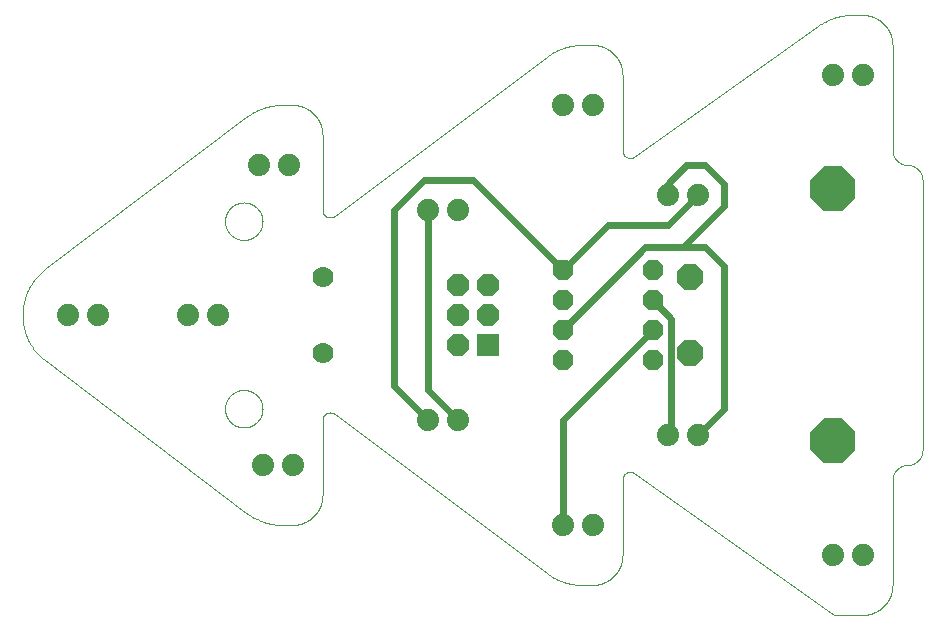
<source format=gtl>
G75*
%MOIN*%
%OFA0B0*%
%FSLAX25Y25*%
%IPPOS*%
%LPD*%
%AMOC8*
5,1,8,0,0,1.08239X$1,22.5*
%
%ADD10C,0.00000*%
%ADD11OC8,0.06800*%
%ADD12OC8,0.15000*%
%ADD13C,0.07400*%
%ADD14OC8,0.08600*%
%ADD15R,0.07400X0.07400*%
%ADD16OC8,0.07400*%
%ADD17C,0.07000*%
%ADD18C,0.02400*%
D10*
X0008432Y0085928D02*
X0075645Y0035053D01*
X0087716Y0031000D02*
X0091000Y0031000D01*
X0091242Y0031003D01*
X0091483Y0031012D01*
X0091724Y0031026D01*
X0091965Y0031047D01*
X0092205Y0031073D01*
X0092445Y0031105D01*
X0092684Y0031143D01*
X0092921Y0031186D01*
X0093158Y0031236D01*
X0093393Y0031291D01*
X0093627Y0031351D01*
X0093859Y0031418D01*
X0094090Y0031489D01*
X0094319Y0031567D01*
X0094546Y0031650D01*
X0094771Y0031738D01*
X0094994Y0031832D01*
X0095214Y0031931D01*
X0095432Y0032036D01*
X0095647Y0032145D01*
X0095860Y0032260D01*
X0096070Y0032380D01*
X0096276Y0032505D01*
X0096480Y0032635D01*
X0096681Y0032770D01*
X0096878Y0032910D01*
X0097072Y0033054D01*
X0097262Y0033203D01*
X0097448Y0033357D01*
X0097631Y0033515D01*
X0097810Y0033677D01*
X0097985Y0033844D01*
X0098156Y0034015D01*
X0098323Y0034190D01*
X0098485Y0034369D01*
X0098643Y0034552D01*
X0098797Y0034738D01*
X0098946Y0034928D01*
X0099090Y0035122D01*
X0099230Y0035319D01*
X0099365Y0035520D01*
X0099495Y0035724D01*
X0099620Y0035930D01*
X0099740Y0036140D01*
X0099855Y0036353D01*
X0099964Y0036568D01*
X0100069Y0036786D01*
X0100168Y0037006D01*
X0100262Y0037229D01*
X0100350Y0037454D01*
X0100433Y0037681D01*
X0100511Y0037910D01*
X0100582Y0038141D01*
X0100649Y0038373D01*
X0100709Y0038607D01*
X0100764Y0038842D01*
X0100814Y0039079D01*
X0100857Y0039316D01*
X0100895Y0039555D01*
X0100927Y0039795D01*
X0100953Y0040035D01*
X0100974Y0040276D01*
X0100988Y0040517D01*
X0100997Y0040758D01*
X0101000Y0041000D01*
X0101000Y0066000D01*
X0101002Y0066099D01*
X0101008Y0066197D01*
X0101018Y0066296D01*
X0101031Y0066394D01*
X0101049Y0066491D01*
X0101070Y0066588D01*
X0101095Y0066683D01*
X0101124Y0066778D01*
X0101157Y0066871D01*
X0101193Y0066963D01*
X0101233Y0067053D01*
X0101276Y0067142D01*
X0101323Y0067229D01*
X0101373Y0067314D01*
X0101427Y0067397D01*
X0101484Y0067478D01*
X0101544Y0067557D01*
X0101607Y0067633D01*
X0101673Y0067706D01*
X0101742Y0067777D01*
X0101813Y0067845D01*
X0101888Y0067911D01*
X0101965Y0067973D01*
X0102044Y0068032D01*
X0102125Y0068088D01*
X0102209Y0068141D01*
X0102294Y0068190D01*
X0102382Y0068236D01*
X0102471Y0068279D01*
X0102562Y0068317D01*
X0102654Y0068353D01*
X0102748Y0068384D01*
X0102843Y0068412D01*
X0102939Y0068436D01*
X0103036Y0068456D01*
X0103133Y0068473D01*
X0103231Y0068485D01*
X0103330Y0068494D01*
X0103428Y0068499D01*
X0103527Y0068500D01*
X0103626Y0068497D01*
X0103725Y0068490D01*
X0103823Y0068479D01*
X0103921Y0068464D01*
X0104018Y0068446D01*
X0104114Y0068423D01*
X0104209Y0068397D01*
X0104303Y0068367D01*
X0104396Y0068334D01*
X0104488Y0068297D01*
X0104578Y0068256D01*
X0104666Y0068211D01*
X0104753Y0068163D01*
X0104837Y0068112D01*
X0104920Y0068058D01*
X0105000Y0068000D01*
X0175667Y0015000D01*
X0187667Y0011000D02*
X0191000Y0011000D01*
X0191242Y0011003D01*
X0191483Y0011012D01*
X0191724Y0011026D01*
X0191965Y0011047D01*
X0192205Y0011073D01*
X0192445Y0011105D01*
X0192684Y0011143D01*
X0192921Y0011186D01*
X0193158Y0011236D01*
X0193393Y0011291D01*
X0193627Y0011351D01*
X0193859Y0011418D01*
X0194090Y0011489D01*
X0194319Y0011567D01*
X0194546Y0011650D01*
X0194771Y0011738D01*
X0194994Y0011832D01*
X0195214Y0011931D01*
X0195432Y0012036D01*
X0195647Y0012145D01*
X0195860Y0012260D01*
X0196070Y0012380D01*
X0196276Y0012505D01*
X0196480Y0012635D01*
X0196681Y0012770D01*
X0196878Y0012910D01*
X0197072Y0013054D01*
X0197262Y0013203D01*
X0197448Y0013357D01*
X0197631Y0013515D01*
X0197810Y0013677D01*
X0197985Y0013844D01*
X0198156Y0014015D01*
X0198323Y0014190D01*
X0198485Y0014369D01*
X0198643Y0014552D01*
X0198797Y0014738D01*
X0198946Y0014928D01*
X0199090Y0015122D01*
X0199230Y0015319D01*
X0199365Y0015520D01*
X0199495Y0015724D01*
X0199620Y0015930D01*
X0199740Y0016140D01*
X0199855Y0016353D01*
X0199964Y0016568D01*
X0200069Y0016786D01*
X0200168Y0017006D01*
X0200262Y0017229D01*
X0200350Y0017454D01*
X0200433Y0017681D01*
X0200511Y0017910D01*
X0200582Y0018141D01*
X0200649Y0018373D01*
X0200709Y0018607D01*
X0200764Y0018842D01*
X0200814Y0019079D01*
X0200857Y0019316D01*
X0200895Y0019555D01*
X0200927Y0019795D01*
X0200953Y0020035D01*
X0200974Y0020276D01*
X0200988Y0020517D01*
X0200997Y0020758D01*
X0201000Y0021000D01*
X0201000Y0046164D01*
X0201002Y0046262D01*
X0201008Y0046359D01*
X0201017Y0046456D01*
X0201030Y0046553D01*
X0201048Y0046649D01*
X0201068Y0046745D01*
X0201093Y0046839D01*
X0201121Y0046933D01*
X0201153Y0047025D01*
X0201188Y0047116D01*
X0201227Y0047205D01*
X0201270Y0047293D01*
X0201315Y0047380D01*
X0201365Y0047464D01*
X0201417Y0047546D01*
X0201473Y0047627D01*
X0201531Y0047705D01*
X0201593Y0047780D01*
X0201657Y0047854D01*
X0201725Y0047924D01*
X0201795Y0047992D01*
X0201868Y0048057D01*
X0201943Y0048120D01*
X0202020Y0048179D01*
X0202100Y0048235D01*
X0202182Y0048288D01*
X0202266Y0048338D01*
X0202352Y0048385D01*
X0202440Y0048428D01*
X0202529Y0048468D01*
X0202619Y0048504D01*
X0202711Y0048536D01*
X0202805Y0048565D01*
X0202899Y0048591D01*
X0202994Y0048612D01*
X0203090Y0048630D01*
X0203187Y0048644D01*
X0203284Y0048655D01*
X0203381Y0048661D01*
X0203479Y0048664D01*
X0203577Y0048663D01*
X0203674Y0048658D01*
X0203771Y0048649D01*
X0203868Y0048637D01*
X0203964Y0048620D01*
X0204060Y0048600D01*
X0204155Y0048577D01*
X0204248Y0048549D01*
X0204341Y0048518D01*
X0204432Y0048484D01*
X0204522Y0048445D01*
X0204611Y0048404D01*
X0204697Y0048359D01*
X0204782Y0048310D01*
X0204865Y0048259D01*
X0204946Y0048204D01*
X0271554Y0001000D01*
X0281000Y0001000D01*
X0281242Y0001003D01*
X0281483Y0001012D01*
X0281724Y0001026D01*
X0281965Y0001047D01*
X0282205Y0001073D01*
X0282445Y0001105D01*
X0282684Y0001143D01*
X0282921Y0001186D01*
X0283158Y0001236D01*
X0283393Y0001291D01*
X0283627Y0001351D01*
X0283859Y0001418D01*
X0284090Y0001489D01*
X0284319Y0001567D01*
X0284546Y0001650D01*
X0284771Y0001738D01*
X0284994Y0001832D01*
X0285214Y0001931D01*
X0285432Y0002036D01*
X0285647Y0002145D01*
X0285860Y0002260D01*
X0286070Y0002380D01*
X0286276Y0002505D01*
X0286480Y0002635D01*
X0286681Y0002770D01*
X0286878Y0002910D01*
X0287072Y0003054D01*
X0287262Y0003203D01*
X0287448Y0003357D01*
X0287631Y0003515D01*
X0287810Y0003677D01*
X0287985Y0003844D01*
X0288156Y0004015D01*
X0288323Y0004190D01*
X0288485Y0004369D01*
X0288643Y0004552D01*
X0288797Y0004738D01*
X0288946Y0004928D01*
X0289090Y0005122D01*
X0289230Y0005319D01*
X0289365Y0005520D01*
X0289495Y0005724D01*
X0289620Y0005930D01*
X0289740Y0006140D01*
X0289855Y0006353D01*
X0289964Y0006568D01*
X0290069Y0006786D01*
X0290168Y0007006D01*
X0290262Y0007229D01*
X0290350Y0007454D01*
X0290433Y0007681D01*
X0290511Y0007910D01*
X0290582Y0008141D01*
X0290649Y0008373D01*
X0290709Y0008607D01*
X0290764Y0008842D01*
X0290814Y0009079D01*
X0290857Y0009316D01*
X0290895Y0009555D01*
X0290927Y0009795D01*
X0290953Y0010035D01*
X0290974Y0010276D01*
X0290988Y0010517D01*
X0290997Y0010758D01*
X0291000Y0011000D01*
X0291000Y0046000D01*
X0291002Y0046140D01*
X0291008Y0046280D01*
X0291018Y0046420D01*
X0291031Y0046560D01*
X0291049Y0046699D01*
X0291071Y0046838D01*
X0291096Y0046975D01*
X0291125Y0047113D01*
X0291158Y0047249D01*
X0291195Y0047384D01*
X0291236Y0047518D01*
X0291281Y0047651D01*
X0291329Y0047783D01*
X0291381Y0047913D01*
X0291436Y0048042D01*
X0291495Y0048169D01*
X0291558Y0048295D01*
X0291624Y0048419D01*
X0291693Y0048540D01*
X0291766Y0048660D01*
X0291843Y0048778D01*
X0291922Y0048893D01*
X0292005Y0049007D01*
X0292091Y0049117D01*
X0292180Y0049226D01*
X0292272Y0049332D01*
X0292367Y0049435D01*
X0292464Y0049536D01*
X0292565Y0049633D01*
X0292668Y0049728D01*
X0292774Y0049820D01*
X0292883Y0049909D01*
X0292993Y0049995D01*
X0293107Y0050078D01*
X0293222Y0050157D01*
X0293340Y0050234D01*
X0293460Y0050307D01*
X0293581Y0050376D01*
X0293705Y0050442D01*
X0293831Y0050505D01*
X0293958Y0050564D01*
X0294087Y0050619D01*
X0294217Y0050671D01*
X0294349Y0050719D01*
X0294482Y0050764D01*
X0294616Y0050805D01*
X0294751Y0050842D01*
X0294887Y0050875D01*
X0295025Y0050904D01*
X0295162Y0050929D01*
X0295301Y0050951D01*
X0295440Y0050969D01*
X0295580Y0050982D01*
X0295720Y0050992D01*
X0295860Y0050998D01*
X0296000Y0051000D01*
X0296140Y0051002D01*
X0296280Y0051008D01*
X0296420Y0051018D01*
X0296560Y0051031D01*
X0296699Y0051049D01*
X0296838Y0051071D01*
X0296975Y0051096D01*
X0297113Y0051125D01*
X0297249Y0051158D01*
X0297384Y0051195D01*
X0297518Y0051236D01*
X0297651Y0051281D01*
X0297783Y0051329D01*
X0297913Y0051381D01*
X0298042Y0051436D01*
X0298169Y0051495D01*
X0298295Y0051558D01*
X0298419Y0051624D01*
X0298540Y0051693D01*
X0298660Y0051766D01*
X0298778Y0051843D01*
X0298893Y0051922D01*
X0299007Y0052005D01*
X0299117Y0052091D01*
X0299226Y0052180D01*
X0299332Y0052272D01*
X0299435Y0052367D01*
X0299536Y0052464D01*
X0299633Y0052565D01*
X0299728Y0052668D01*
X0299820Y0052774D01*
X0299909Y0052883D01*
X0299995Y0052993D01*
X0300078Y0053107D01*
X0300157Y0053222D01*
X0300234Y0053340D01*
X0300307Y0053460D01*
X0300376Y0053581D01*
X0300442Y0053705D01*
X0300505Y0053831D01*
X0300564Y0053958D01*
X0300619Y0054087D01*
X0300671Y0054217D01*
X0300719Y0054349D01*
X0300764Y0054482D01*
X0300805Y0054616D01*
X0300842Y0054751D01*
X0300875Y0054887D01*
X0300904Y0055025D01*
X0300929Y0055162D01*
X0300951Y0055301D01*
X0300969Y0055440D01*
X0300982Y0055580D01*
X0300992Y0055720D01*
X0300998Y0055860D01*
X0301000Y0056000D01*
X0301000Y0146000D01*
X0300998Y0146140D01*
X0300992Y0146280D01*
X0300982Y0146420D01*
X0300969Y0146560D01*
X0300951Y0146699D01*
X0300929Y0146838D01*
X0300904Y0146975D01*
X0300875Y0147113D01*
X0300842Y0147249D01*
X0300805Y0147384D01*
X0300764Y0147518D01*
X0300719Y0147651D01*
X0300671Y0147783D01*
X0300619Y0147913D01*
X0300564Y0148042D01*
X0300505Y0148169D01*
X0300442Y0148295D01*
X0300376Y0148419D01*
X0300307Y0148540D01*
X0300234Y0148660D01*
X0300157Y0148778D01*
X0300078Y0148893D01*
X0299995Y0149007D01*
X0299909Y0149117D01*
X0299820Y0149226D01*
X0299728Y0149332D01*
X0299633Y0149435D01*
X0299536Y0149536D01*
X0299435Y0149633D01*
X0299332Y0149728D01*
X0299226Y0149820D01*
X0299117Y0149909D01*
X0299007Y0149995D01*
X0298893Y0150078D01*
X0298778Y0150157D01*
X0298660Y0150234D01*
X0298540Y0150307D01*
X0298419Y0150376D01*
X0298295Y0150442D01*
X0298169Y0150505D01*
X0298042Y0150564D01*
X0297913Y0150619D01*
X0297783Y0150671D01*
X0297651Y0150719D01*
X0297518Y0150764D01*
X0297384Y0150805D01*
X0297249Y0150842D01*
X0297113Y0150875D01*
X0296975Y0150904D01*
X0296838Y0150929D01*
X0296699Y0150951D01*
X0296560Y0150969D01*
X0296420Y0150982D01*
X0296280Y0150992D01*
X0296140Y0150998D01*
X0296000Y0151000D01*
X0295860Y0151002D01*
X0295720Y0151008D01*
X0295580Y0151018D01*
X0295440Y0151031D01*
X0295301Y0151049D01*
X0295162Y0151071D01*
X0295025Y0151096D01*
X0294887Y0151125D01*
X0294751Y0151158D01*
X0294616Y0151195D01*
X0294482Y0151236D01*
X0294349Y0151281D01*
X0294217Y0151329D01*
X0294087Y0151381D01*
X0293958Y0151436D01*
X0293831Y0151495D01*
X0293705Y0151558D01*
X0293581Y0151624D01*
X0293460Y0151693D01*
X0293340Y0151766D01*
X0293222Y0151843D01*
X0293107Y0151922D01*
X0292993Y0152005D01*
X0292883Y0152091D01*
X0292774Y0152180D01*
X0292668Y0152272D01*
X0292565Y0152367D01*
X0292464Y0152464D01*
X0292367Y0152565D01*
X0292272Y0152668D01*
X0292180Y0152774D01*
X0292091Y0152883D01*
X0292005Y0152993D01*
X0291922Y0153107D01*
X0291843Y0153222D01*
X0291766Y0153340D01*
X0291693Y0153460D01*
X0291624Y0153581D01*
X0291558Y0153705D01*
X0291495Y0153831D01*
X0291436Y0153958D01*
X0291381Y0154087D01*
X0291329Y0154217D01*
X0291281Y0154349D01*
X0291236Y0154482D01*
X0291195Y0154616D01*
X0291158Y0154751D01*
X0291125Y0154887D01*
X0291096Y0155025D01*
X0291071Y0155162D01*
X0291049Y0155301D01*
X0291031Y0155440D01*
X0291018Y0155580D01*
X0291008Y0155720D01*
X0291002Y0155860D01*
X0291000Y0156000D01*
X0291000Y0191000D01*
X0290997Y0191242D01*
X0290988Y0191483D01*
X0290974Y0191724D01*
X0290953Y0191965D01*
X0290927Y0192205D01*
X0290895Y0192445D01*
X0290857Y0192684D01*
X0290814Y0192921D01*
X0290764Y0193158D01*
X0290709Y0193393D01*
X0290649Y0193627D01*
X0290582Y0193859D01*
X0290511Y0194090D01*
X0290433Y0194319D01*
X0290350Y0194546D01*
X0290262Y0194771D01*
X0290168Y0194994D01*
X0290069Y0195214D01*
X0289964Y0195432D01*
X0289855Y0195647D01*
X0289740Y0195860D01*
X0289620Y0196070D01*
X0289495Y0196276D01*
X0289365Y0196480D01*
X0289230Y0196681D01*
X0289090Y0196878D01*
X0288946Y0197072D01*
X0288797Y0197262D01*
X0288643Y0197448D01*
X0288485Y0197631D01*
X0288323Y0197810D01*
X0288156Y0197985D01*
X0287985Y0198156D01*
X0287810Y0198323D01*
X0287631Y0198485D01*
X0287448Y0198643D01*
X0287262Y0198797D01*
X0287072Y0198946D01*
X0286878Y0199090D01*
X0286681Y0199230D01*
X0286480Y0199365D01*
X0286276Y0199495D01*
X0286070Y0199620D01*
X0285860Y0199740D01*
X0285647Y0199855D01*
X0285432Y0199964D01*
X0285214Y0200069D01*
X0284994Y0200168D01*
X0284771Y0200262D01*
X0284546Y0200350D01*
X0284319Y0200433D01*
X0284090Y0200511D01*
X0283859Y0200582D01*
X0283627Y0200649D01*
X0283393Y0200709D01*
X0283158Y0200764D01*
X0282921Y0200814D01*
X0282684Y0200857D01*
X0282445Y0200895D01*
X0282205Y0200927D01*
X0281965Y0200953D01*
X0281724Y0200974D01*
X0281483Y0200988D01*
X0281242Y0200997D01*
X0281000Y0201000D01*
X0277598Y0201000D01*
X0266189Y0197357D02*
X0204949Y0153808D01*
X0204868Y0153753D01*
X0204785Y0153701D01*
X0204700Y0153652D01*
X0204614Y0153607D01*
X0204526Y0153565D01*
X0204436Y0153527D01*
X0204344Y0153492D01*
X0204252Y0153461D01*
X0204158Y0153433D01*
X0204063Y0153409D01*
X0203968Y0153389D01*
X0203871Y0153373D01*
X0203774Y0153360D01*
X0203677Y0153351D01*
X0203580Y0153346D01*
X0203482Y0153345D01*
X0203384Y0153348D01*
X0203287Y0153354D01*
X0203189Y0153364D01*
X0203093Y0153378D01*
X0202997Y0153396D01*
X0202901Y0153418D01*
X0202807Y0153443D01*
X0202714Y0153472D01*
X0202622Y0153504D01*
X0202531Y0153541D01*
X0202441Y0153580D01*
X0202354Y0153623D01*
X0202268Y0153670D01*
X0202184Y0153720D01*
X0202102Y0153773D01*
X0202022Y0153829D01*
X0201944Y0153888D01*
X0201869Y0153950D01*
X0201796Y0154016D01*
X0201726Y0154084D01*
X0201658Y0154154D01*
X0201594Y0154228D01*
X0201532Y0154303D01*
X0201473Y0154381D01*
X0201418Y0154462D01*
X0201365Y0154544D01*
X0201316Y0154629D01*
X0201270Y0154715D01*
X0201228Y0154803D01*
X0201189Y0154892D01*
X0201153Y0154984D01*
X0201121Y0155076D01*
X0201093Y0155169D01*
X0201068Y0155264D01*
X0201048Y0155359D01*
X0201030Y0155456D01*
X0201017Y0155552D01*
X0201008Y0155650D01*
X0201002Y0155747D01*
X0201000Y0155845D01*
X0201000Y0181000D01*
X0200997Y0181242D01*
X0200988Y0181483D01*
X0200974Y0181724D01*
X0200953Y0181965D01*
X0200927Y0182205D01*
X0200895Y0182445D01*
X0200857Y0182684D01*
X0200814Y0182921D01*
X0200764Y0183158D01*
X0200709Y0183393D01*
X0200649Y0183627D01*
X0200582Y0183859D01*
X0200511Y0184090D01*
X0200433Y0184319D01*
X0200350Y0184546D01*
X0200262Y0184771D01*
X0200168Y0184994D01*
X0200069Y0185214D01*
X0199964Y0185432D01*
X0199855Y0185647D01*
X0199740Y0185860D01*
X0199620Y0186070D01*
X0199495Y0186276D01*
X0199365Y0186480D01*
X0199230Y0186681D01*
X0199090Y0186878D01*
X0198946Y0187072D01*
X0198797Y0187262D01*
X0198643Y0187448D01*
X0198485Y0187631D01*
X0198323Y0187810D01*
X0198156Y0187985D01*
X0197985Y0188156D01*
X0197810Y0188323D01*
X0197631Y0188485D01*
X0197448Y0188643D01*
X0197262Y0188797D01*
X0197072Y0188946D01*
X0196878Y0189090D01*
X0196681Y0189230D01*
X0196480Y0189365D01*
X0196276Y0189495D01*
X0196070Y0189620D01*
X0195860Y0189740D01*
X0195647Y0189855D01*
X0195432Y0189964D01*
X0195214Y0190069D01*
X0194994Y0190168D01*
X0194771Y0190262D01*
X0194546Y0190350D01*
X0194319Y0190433D01*
X0194090Y0190511D01*
X0193859Y0190582D01*
X0193627Y0190649D01*
X0193393Y0190709D01*
X0193158Y0190764D01*
X0192921Y0190814D01*
X0192684Y0190857D01*
X0192445Y0190895D01*
X0192205Y0190927D01*
X0191965Y0190953D01*
X0191724Y0190974D01*
X0191483Y0190988D01*
X0191242Y0190997D01*
X0191000Y0191000D01*
X0187667Y0191000D01*
X0175667Y0187000D02*
X0105000Y0134000D01*
X0104920Y0133942D01*
X0104837Y0133888D01*
X0104753Y0133837D01*
X0104666Y0133789D01*
X0104578Y0133744D01*
X0104488Y0133703D01*
X0104396Y0133666D01*
X0104303Y0133633D01*
X0104209Y0133603D01*
X0104114Y0133577D01*
X0104018Y0133554D01*
X0103921Y0133536D01*
X0103823Y0133521D01*
X0103725Y0133510D01*
X0103626Y0133503D01*
X0103527Y0133500D01*
X0103428Y0133501D01*
X0103330Y0133506D01*
X0103231Y0133515D01*
X0103133Y0133527D01*
X0103036Y0133544D01*
X0102939Y0133564D01*
X0102843Y0133588D01*
X0102748Y0133616D01*
X0102654Y0133647D01*
X0102562Y0133683D01*
X0102471Y0133721D01*
X0102382Y0133764D01*
X0102294Y0133810D01*
X0102209Y0133859D01*
X0102125Y0133912D01*
X0102044Y0133968D01*
X0101965Y0134027D01*
X0101888Y0134089D01*
X0101813Y0134155D01*
X0101742Y0134223D01*
X0101673Y0134294D01*
X0101607Y0134367D01*
X0101544Y0134443D01*
X0101484Y0134522D01*
X0101427Y0134603D01*
X0101373Y0134686D01*
X0101323Y0134771D01*
X0101276Y0134858D01*
X0101233Y0134947D01*
X0101193Y0135037D01*
X0101157Y0135129D01*
X0101124Y0135222D01*
X0101095Y0135317D01*
X0101070Y0135412D01*
X0101049Y0135509D01*
X0101031Y0135606D01*
X0101018Y0135704D01*
X0101008Y0135803D01*
X0101002Y0135901D01*
X0101000Y0136000D01*
X0101000Y0161000D01*
X0100997Y0161242D01*
X0100988Y0161483D01*
X0100974Y0161724D01*
X0100953Y0161965D01*
X0100927Y0162205D01*
X0100895Y0162445D01*
X0100857Y0162684D01*
X0100814Y0162921D01*
X0100764Y0163158D01*
X0100709Y0163393D01*
X0100649Y0163627D01*
X0100582Y0163859D01*
X0100511Y0164090D01*
X0100433Y0164319D01*
X0100350Y0164546D01*
X0100262Y0164771D01*
X0100168Y0164994D01*
X0100069Y0165214D01*
X0099964Y0165432D01*
X0099855Y0165647D01*
X0099740Y0165860D01*
X0099620Y0166070D01*
X0099495Y0166276D01*
X0099365Y0166480D01*
X0099230Y0166681D01*
X0099090Y0166878D01*
X0098946Y0167072D01*
X0098797Y0167262D01*
X0098643Y0167448D01*
X0098485Y0167631D01*
X0098323Y0167810D01*
X0098156Y0167985D01*
X0097985Y0168156D01*
X0097810Y0168323D01*
X0097631Y0168485D01*
X0097448Y0168643D01*
X0097262Y0168797D01*
X0097072Y0168946D01*
X0096878Y0169090D01*
X0096681Y0169230D01*
X0096480Y0169365D01*
X0096276Y0169495D01*
X0096070Y0169620D01*
X0095860Y0169740D01*
X0095647Y0169855D01*
X0095432Y0169964D01*
X0095214Y0170069D01*
X0094994Y0170168D01*
X0094771Y0170262D01*
X0094546Y0170350D01*
X0094319Y0170433D01*
X0094090Y0170511D01*
X0093859Y0170582D01*
X0093627Y0170649D01*
X0093393Y0170709D01*
X0093158Y0170764D01*
X0092921Y0170814D01*
X0092684Y0170857D01*
X0092445Y0170895D01*
X0092205Y0170927D01*
X0091965Y0170953D01*
X0091724Y0170974D01*
X0091483Y0170988D01*
X0091242Y0170997D01*
X0091000Y0171000D01*
X0087694Y0171000D01*
X0075655Y0166970D02*
X0008836Y0116596D01*
X0001000Y0100875D02*
X0001006Y0100420D01*
X0001022Y0099965D01*
X0001050Y0099510D01*
X0001088Y0099057D01*
X0001138Y0098604D01*
X0001199Y0098153D01*
X0001270Y0097704D01*
X0001353Y0097256D01*
X0001446Y0096810D01*
X0001550Y0096367D01*
X0001665Y0095927D01*
X0001790Y0095489D01*
X0001927Y0095055D01*
X0002073Y0094624D01*
X0002230Y0094196D01*
X0002397Y0093773D01*
X0002575Y0093354D01*
X0002763Y0092939D01*
X0002960Y0092529D01*
X0003168Y0092124D01*
X0003386Y0091724D01*
X0003613Y0091329D01*
X0003849Y0090940D01*
X0004095Y0090557D01*
X0004350Y0090180D01*
X0004614Y0089810D01*
X0004888Y0089445D01*
X0005170Y0089088D01*
X0005460Y0088738D01*
X0005759Y0088394D01*
X0006066Y0088058D01*
X0006382Y0087730D01*
X0006705Y0087409D01*
X0007036Y0087097D01*
X0007374Y0086792D01*
X0007720Y0086496D01*
X0008072Y0086208D01*
X0008432Y0085929D01*
X0001000Y0100875D02*
X0001006Y0101354D01*
X0001023Y0101833D01*
X0001052Y0102311D01*
X0001093Y0102789D01*
X0001146Y0103265D01*
X0001210Y0103740D01*
X0001285Y0104213D01*
X0001372Y0104684D01*
X0001470Y0105153D01*
X0001580Y0105619D01*
X0001701Y0106083D01*
X0001834Y0106543D01*
X0001977Y0107001D01*
X0002132Y0107454D01*
X0002297Y0107904D01*
X0002474Y0108349D01*
X0002661Y0108790D01*
X0002859Y0109226D01*
X0003068Y0109658D01*
X0003287Y0110084D01*
X0003516Y0110505D01*
X0003755Y0110920D01*
X0004005Y0111329D01*
X0004264Y0111732D01*
X0004533Y0112128D01*
X0004812Y0112518D01*
X0005100Y0112901D01*
X0005397Y0113277D01*
X0005703Y0113645D01*
X0006018Y0114006D01*
X0006342Y0114359D01*
X0006675Y0114704D01*
X0007015Y0115041D01*
X0007364Y0115370D01*
X0007721Y0115689D01*
X0008085Y0116001D01*
X0008457Y0116303D01*
X0008836Y0116596D01*
X0068500Y0132250D02*
X0068502Y0132408D01*
X0068508Y0132565D01*
X0068518Y0132723D01*
X0068532Y0132880D01*
X0068550Y0133036D01*
X0068571Y0133193D01*
X0068597Y0133348D01*
X0068627Y0133503D01*
X0068660Y0133657D01*
X0068698Y0133810D01*
X0068739Y0133963D01*
X0068784Y0134114D01*
X0068833Y0134264D01*
X0068886Y0134412D01*
X0068942Y0134560D01*
X0069003Y0134705D01*
X0069066Y0134850D01*
X0069134Y0134992D01*
X0069205Y0135133D01*
X0069279Y0135272D01*
X0069357Y0135409D01*
X0069439Y0135544D01*
X0069523Y0135677D01*
X0069612Y0135808D01*
X0069703Y0135936D01*
X0069798Y0136063D01*
X0069895Y0136186D01*
X0069996Y0136308D01*
X0070100Y0136426D01*
X0070207Y0136542D01*
X0070317Y0136655D01*
X0070429Y0136766D01*
X0070545Y0136873D01*
X0070663Y0136978D01*
X0070783Y0137080D01*
X0070906Y0137178D01*
X0071032Y0137274D01*
X0071160Y0137366D01*
X0071290Y0137455D01*
X0071422Y0137541D01*
X0071557Y0137623D01*
X0071694Y0137702D01*
X0071832Y0137777D01*
X0071972Y0137849D01*
X0072115Y0137917D01*
X0072258Y0137982D01*
X0072404Y0138043D01*
X0072551Y0138100D01*
X0072699Y0138154D01*
X0072849Y0138204D01*
X0072999Y0138250D01*
X0073151Y0138292D01*
X0073304Y0138331D01*
X0073458Y0138365D01*
X0073613Y0138396D01*
X0073768Y0138422D01*
X0073924Y0138445D01*
X0074081Y0138464D01*
X0074238Y0138479D01*
X0074395Y0138490D01*
X0074553Y0138497D01*
X0074711Y0138500D01*
X0074868Y0138499D01*
X0075026Y0138494D01*
X0075183Y0138485D01*
X0075341Y0138472D01*
X0075497Y0138455D01*
X0075654Y0138434D01*
X0075809Y0138410D01*
X0075964Y0138381D01*
X0076119Y0138348D01*
X0076272Y0138312D01*
X0076425Y0138271D01*
X0076576Y0138227D01*
X0076726Y0138179D01*
X0076875Y0138128D01*
X0077023Y0138072D01*
X0077169Y0138013D01*
X0077314Y0137950D01*
X0077457Y0137883D01*
X0077598Y0137813D01*
X0077737Y0137740D01*
X0077875Y0137663D01*
X0078011Y0137582D01*
X0078144Y0137498D01*
X0078275Y0137411D01*
X0078404Y0137320D01*
X0078531Y0137226D01*
X0078656Y0137129D01*
X0078777Y0137029D01*
X0078897Y0136926D01*
X0079013Y0136820D01*
X0079127Y0136711D01*
X0079239Y0136599D01*
X0079347Y0136485D01*
X0079452Y0136367D01*
X0079555Y0136247D01*
X0079654Y0136125D01*
X0079750Y0136000D01*
X0079843Y0135872D01*
X0079933Y0135743D01*
X0080019Y0135611D01*
X0080103Y0135477D01*
X0080182Y0135341D01*
X0080259Y0135203D01*
X0080331Y0135063D01*
X0080400Y0134921D01*
X0080466Y0134778D01*
X0080528Y0134633D01*
X0080586Y0134486D01*
X0080641Y0134338D01*
X0080692Y0134189D01*
X0080739Y0134038D01*
X0080782Y0133887D01*
X0080821Y0133734D01*
X0080857Y0133580D01*
X0080888Y0133426D01*
X0080916Y0133271D01*
X0080940Y0133115D01*
X0080960Y0132958D01*
X0080976Y0132801D01*
X0080988Y0132644D01*
X0080996Y0132487D01*
X0081000Y0132329D01*
X0081000Y0132171D01*
X0080996Y0132013D01*
X0080988Y0131856D01*
X0080976Y0131699D01*
X0080960Y0131542D01*
X0080940Y0131385D01*
X0080916Y0131229D01*
X0080888Y0131074D01*
X0080857Y0130920D01*
X0080821Y0130766D01*
X0080782Y0130613D01*
X0080739Y0130462D01*
X0080692Y0130311D01*
X0080641Y0130162D01*
X0080586Y0130014D01*
X0080528Y0129867D01*
X0080466Y0129722D01*
X0080400Y0129579D01*
X0080331Y0129437D01*
X0080259Y0129297D01*
X0080182Y0129159D01*
X0080103Y0129023D01*
X0080019Y0128889D01*
X0079933Y0128757D01*
X0079843Y0128628D01*
X0079750Y0128500D01*
X0079654Y0128375D01*
X0079555Y0128253D01*
X0079452Y0128133D01*
X0079347Y0128015D01*
X0079239Y0127901D01*
X0079127Y0127789D01*
X0079013Y0127680D01*
X0078897Y0127574D01*
X0078777Y0127471D01*
X0078656Y0127371D01*
X0078531Y0127274D01*
X0078404Y0127180D01*
X0078275Y0127089D01*
X0078144Y0127002D01*
X0078011Y0126918D01*
X0077875Y0126837D01*
X0077737Y0126760D01*
X0077598Y0126687D01*
X0077457Y0126617D01*
X0077314Y0126550D01*
X0077169Y0126487D01*
X0077023Y0126428D01*
X0076875Y0126372D01*
X0076726Y0126321D01*
X0076576Y0126273D01*
X0076425Y0126229D01*
X0076272Y0126188D01*
X0076119Y0126152D01*
X0075964Y0126119D01*
X0075809Y0126090D01*
X0075654Y0126066D01*
X0075497Y0126045D01*
X0075341Y0126028D01*
X0075183Y0126015D01*
X0075026Y0126006D01*
X0074868Y0126001D01*
X0074711Y0126000D01*
X0074553Y0126003D01*
X0074395Y0126010D01*
X0074238Y0126021D01*
X0074081Y0126036D01*
X0073924Y0126055D01*
X0073768Y0126078D01*
X0073613Y0126104D01*
X0073458Y0126135D01*
X0073304Y0126169D01*
X0073151Y0126208D01*
X0072999Y0126250D01*
X0072849Y0126296D01*
X0072699Y0126346D01*
X0072551Y0126400D01*
X0072404Y0126457D01*
X0072258Y0126518D01*
X0072115Y0126583D01*
X0071972Y0126651D01*
X0071832Y0126723D01*
X0071694Y0126798D01*
X0071557Y0126877D01*
X0071422Y0126959D01*
X0071290Y0127045D01*
X0071160Y0127134D01*
X0071032Y0127226D01*
X0070906Y0127322D01*
X0070783Y0127420D01*
X0070663Y0127522D01*
X0070545Y0127627D01*
X0070429Y0127734D01*
X0070317Y0127845D01*
X0070207Y0127958D01*
X0070100Y0128074D01*
X0069996Y0128192D01*
X0069895Y0128314D01*
X0069798Y0128437D01*
X0069703Y0128564D01*
X0069612Y0128692D01*
X0069523Y0128823D01*
X0069439Y0128956D01*
X0069357Y0129091D01*
X0069279Y0129228D01*
X0069205Y0129367D01*
X0069134Y0129508D01*
X0069066Y0129650D01*
X0069003Y0129795D01*
X0068942Y0129940D01*
X0068886Y0130088D01*
X0068833Y0130236D01*
X0068784Y0130386D01*
X0068739Y0130537D01*
X0068698Y0130690D01*
X0068660Y0130843D01*
X0068627Y0130997D01*
X0068597Y0131152D01*
X0068571Y0131307D01*
X0068550Y0131464D01*
X0068532Y0131620D01*
X0068518Y0131777D01*
X0068508Y0131935D01*
X0068502Y0132092D01*
X0068500Y0132250D01*
X0075654Y0166970D02*
X0076040Y0167254D01*
X0076432Y0167528D01*
X0076830Y0167792D01*
X0077235Y0168047D01*
X0077646Y0168293D01*
X0078063Y0168528D01*
X0078485Y0168754D01*
X0078912Y0168969D01*
X0079345Y0169174D01*
X0079782Y0169368D01*
X0080223Y0169552D01*
X0080669Y0169726D01*
X0081119Y0169888D01*
X0081573Y0170040D01*
X0082030Y0170181D01*
X0082491Y0170311D01*
X0082954Y0170430D01*
X0083421Y0170538D01*
X0083889Y0170635D01*
X0084360Y0170720D01*
X0084833Y0170794D01*
X0085307Y0170857D01*
X0085783Y0170908D01*
X0086260Y0170949D01*
X0086737Y0170977D01*
X0087216Y0170994D01*
X0087694Y0171000D01*
X0175667Y0187000D02*
X0176052Y0187281D01*
X0176443Y0187554D01*
X0176841Y0187816D01*
X0177245Y0188070D01*
X0177654Y0188313D01*
X0178070Y0188547D01*
X0178491Y0188771D01*
X0178917Y0188984D01*
X0179348Y0189188D01*
X0179784Y0189381D01*
X0180224Y0189563D01*
X0180668Y0189735D01*
X0181117Y0189897D01*
X0181569Y0190048D01*
X0182025Y0190188D01*
X0182484Y0190317D01*
X0182945Y0190435D01*
X0183410Y0190542D01*
X0183877Y0190638D01*
X0184346Y0190722D01*
X0184817Y0190796D01*
X0185289Y0190858D01*
X0185763Y0190909D01*
X0186238Y0190949D01*
X0186714Y0190977D01*
X0187190Y0190994D01*
X0187667Y0191000D01*
X0266188Y0197357D02*
X0266573Y0197624D01*
X0266964Y0197881D01*
X0267361Y0198129D01*
X0267763Y0198368D01*
X0268172Y0198597D01*
X0268585Y0198816D01*
X0269004Y0199025D01*
X0269427Y0199225D01*
X0269856Y0199414D01*
X0270288Y0199593D01*
X0270725Y0199761D01*
X0271165Y0199919D01*
X0271609Y0200067D01*
X0272057Y0200204D01*
X0272508Y0200331D01*
X0272961Y0200446D01*
X0273417Y0200551D01*
X0273876Y0200645D01*
X0274337Y0200728D01*
X0274799Y0200800D01*
X0275263Y0200861D01*
X0275729Y0200911D01*
X0276195Y0200950D01*
X0276662Y0200978D01*
X0277130Y0200994D01*
X0277598Y0201000D01*
X0068500Y0069750D02*
X0068502Y0069908D01*
X0068508Y0070065D01*
X0068518Y0070223D01*
X0068532Y0070380D01*
X0068550Y0070536D01*
X0068571Y0070693D01*
X0068597Y0070848D01*
X0068627Y0071003D01*
X0068660Y0071157D01*
X0068698Y0071310D01*
X0068739Y0071463D01*
X0068784Y0071614D01*
X0068833Y0071764D01*
X0068886Y0071912D01*
X0068942Y0072060D01*
X0069003Y0072205D01*
X0069066Y0072350D01*
X0069134Y0072492D01*
X0069205Y0072633D01*
X0069279Y0072772D01*
X0069357Y0072909D01*
X0069439Y0073044D01*
X0069523Y0073177D01*
X0069612Y0073308D01*
X0069703Y0073436D01*
X0069798Y0073563D01*
X0069895Y0073686D01*
X0069996Y0073808D01*
X0070100Y0073926D01*
X0070207Y0074042D01*
X0070317Y0074155D01*
X0070429Y0074266D01*
X0070545Y0074373D01*
X0070663Y0074478D01*
X0070783Y0074580D01*
X0070906Y0074678D01*
X0071032Y0074774D01*
X0071160Y0074866D01*
X0071290Y0074955D01*
X0071422Y0075041D01*
X0071557Y0075123D01*
X0071694Y0075202D01*
X0071832Y0075277D01*
X0071972Y0075349D01*
X0072115Y0075417D01*
X0072258Y0075482D01*
X0072404Y0075543D01*
X0072551Y0075600D01*
X0072699Y0075654D01*
X0072849Y0075704D01*
X0072999Y0075750D01*
X0073151Y0075792D01*
X0073304Y0075831D01*
X0073458Y0075865D01*
X0073613Y0075896D01*
X0073768Y0075922D01*
X0073924Y0075945D01*
X0074081Y0075964D01*
X0074238Y0075979D01*
X0074395Y0075990D01*
X0074553Y0075997D01*
X0074711Y0076000D01*
X0074868Y0075999D01*
X0075026Y0075994D01*
X0075183Y0075985D01*
X0075341Y0075972D01*
X0075497Y0075955D01*
X0075654Y0075934D01*
X0075809Y0075910D01*
X0075964Y0075881D01*
X0076119Y0075848D01*
X0076272Y0075812D01*
X0076425Y0075771D01*
X0076576Y0075727D01*
X0076726Y0075679D01*
X0076875Y0075628D01*
X0077023Y0075572D01*
X0077169Y0075513D01*
X0077314Y0075450D01*
X0077457Y0075383D01*
X0077598Y0075313D01*
X0077737Y0075240D01*
X0077875Y0075163D01*
X0078011Y0075082D01*
X0078144Y0074998D01*
X0078275Y0074911D01*
X0078404Y0074820D01*
X0078531Y0074726D01*
X0078656Y0074629D01*
X0078777Y0074529D01*
X0078897Y0074426D01*
X0079013Y0074320D01*
X0079127Y0074211D01*
X0079239Y0074099D01*
X0079347Y0073985D01*
X0079452Y0073867D01*
X0079555Y0073747D01*
X0079654Y0073625D01*
X0079750Y0073500D01*
X0079843Y0073372D01*
X0079933Y0073243D01*
X0080019Y0073111D01*
X0080103Y0072977D01*
X0080182Y0072841D01*
X0080259Y0072703D01*
X0080331Y0072563D01*
X0080400Y0072421D01*
X0080466Y0072278D01*
X0080528Y0072133D01*
X0080586Y0071986D01*
X0080641Y0071838D01*
X0080692Y0071689D01*
X0080739Y0071538D01*
X0080782Y0071387D01*
X0080821Y0071234D01*
X0080857Y0071080D01*
X0080888Y0070926D01*
X0080916Y0070771D01*
X0080940Y0070615D01*
X0080960Y0070458D01*
X0080976Y0070301D01*
X0080988Y0070144D01*
X0080996Y0069987D01*
X0081000Y0069829D01*
X0081000Y0069671D01*
X0080996Y0069513D01*
X0080988Y0069356D01*
X0080976Y0069199D01*
X0080960Y0069042D01*
X0080940Y0068885D01*
X0080916Y0068729D01*
X0080888Y0068574D01*
X0080857Y0068420D01*
X0080821Y0068266D01*
X0080782Y0068113D01*
X0080739Y0067962D01*
X0080692Y0067811D01*
X0080641Y0067662D01*
X0080586Y0067514D01*
X0080528Y0067367D01*
X0080466Y0067222D01*
X0080400Y0067079D01*
X0080331Y0066937D01*
X0080259Y0066797D01*
X0080182Y0066659D01*
X0080103Y0066523D01*
X0080019Y0066389D01*
X0079933Y0066257D01*
X0079843Y0066128D01*
X0079750Y0066000D01*
X0079654Y0065875D01*
X0079555Y0065753D01*
X0079452Y0065633D01*
X0079347Y0065515D01*
X0079239Y0065401D01*
X0079127Y0065289D01*
X0079013Y0065180D01*
X0078897Y0065074D01*
X0078777Y0064971D01*
X0078656Y0064871D01*
X0078531Y0064774D01*
X0078404Y0064680D01*
X0078275Y0064589D01*
X0078144Y0064502D01*
X0078011Y0064418D01*
X0077875Y0064337D01*
X0077737Y0064260D01*
X0077598Y0064187D01*
X0077457Y0064117D01*
X0077314Y0064050D01*
X0077169Y0063987D01*
X0077023Y0063928D01*
X0076875Y0063872D01*
X0076726Y0063821D01*
X0076576Y0063773D01*
X0076425Y0063729D01*
X0076272Y0063688D01*
X0076119Y0063652D01*
X0075964Y0063619D01*
X0075809Y0063590D01*
X0075654Y0063566D01*
X0075497Y0063545D01*
X0075341Y0063528D01*
X0075183Y0063515D01*
X0075026Y0063506D01*
X0074868Y0063501D01*
X0074711Y0063500D01*
X0074553Y0063503D01*
X0074395Y0063510D01*
X0074238Y0063521D01*
X0074081Y0063536D01*
X0073924Y0063555D01*
X0073768Y0063578D01*
X0073613Y0063604D01*
X0073458Y0063635D01*
X0073304Y0063669D01*
X0073151Y0063708D01*
X0072999Y0063750D01*
X0072849Y0063796D01*
X0072699Y0063846D01*
X0072551Y0063900D01*
X0072404Y0063957D01*
X0072258Y0064018D01*
X0072115Y0064083D01*
X0071972Y0064151D01*
X0071832Y0064223D01*
X0071694Y0064298D01*
X0071557Y0064377D01*
X0071422Y0064459D01*
X0071290Y0064545D01*
X0071160Y0064634D01*
X0071032Y0064726D01*
X0070906Y0064822D01*
X0070783Y0064920D01*
X0070663Y0065022D01*
X0070545Y0065127D01*
X0070429Y0065234D01*
X0070317Y0065345D01*
X0070207Y0065458D01*
X0070100Y0065574D01*
X0069996Y0065692D01*
X0069895Y0065814D01*
X0069798Y0065937D01*
X0069703Y0066064D01*
X0069612Y0066192D01*
X0069523Y0066323D01*
X0069439Y0066456D01*
X0069357Y0066591D01*
X0069279Y0066728D01*
X0069205Y0066867D01*
X0069134Y0067008D01*
X0069066Y0067150D01*
X0069003Y0067295D01*
X0068942Y0067440D01*
X0068886Y0067588D01*
X0068833Y0067736D01*
X0068784Y0067886D01*
X0068739Y0068037D01*
X0068698Y0068190D01*
X0068660Y0068343D01*
X0068627Y0068497D01*
X0068597Y0068652D01*
X0068571Y0068807D01*
X0068550Y0068964D01*
X0068532Y0069120D01*
X0068518Y0069277D01*
X0068508Y0069435D01*
X0068502Y0069592D01*
X0068500Y0069750D01*
X0075645Y0035053D02*
X0076032Y0034768D01*
X0076424Y0034492D01*
X0076824Y0034226D01*
X0077229Y0033970D01*
X0077641Y0033723D01*
X0078058Y0033486D01*
X0078482Y0033260D01*
X0078910Y0033043D01*
X0079343Y0032837D01*
X0079781Y0032641D01*
X0080224Y0032456D01*
X0080671Y0032282D01*
X0081123Y0032118D01*
X0081578Y0031965D01*
X0082036Y0031824D01*
X0082498Y0031693D01*
X0082963Y0031573D01*
X0083430Y0031465D01*
X0083900Y0031367D01*
X0084372Y0031282D01*
X0084846Y0031207D01*
X0085322Y0031144D01*
X0085799Y0031092D01*
X0086277Y0031052D01*
X0086756Y0031023D01*
X0087236Y0031006D01*
X0087716Y0031000D01*
X0175667Y0015000D02*
X0176052Y0014719D01*
X0176443Y0014446D01*
X0176841Y0014184D01*
X0177245Y0013930D01*
X0177654Y0013687D01*
X0178070Y0013453D01*
X0178491Y0013229D01*
X0178917Y0013016D01*
X0179348Y0012812D01*
X0179784Y0012619D01*
X0180224Y0012437D01*
X0180668Y0012265D01*
X0181117Y0012103D01*
X0181569Y0011952D01*
X0182025Y0011812D01*
X0182484Y0011683D01*
X0182945Y0011565D01*
X0183410Y0011458D01*
X0183877Y0011362D01*
X0184346Y0011278D01*
X0184817Y0011204D01*
X0185289Y0011142D01*
X0185763Y0011091D01*
X0186238Y0011051D01*
X0186714Y0011023D01*
X0187190Y0011006D01*
X0187667Y0011000D01*
D11*
X0181000Y0086000D03*
X0181000Y0096000D03*
X0181000Y0106000D03*
X0181000Y0116000D03*
X0211000Y0116000D03*
X0211000Y0106000D03*
X0211000Y0096000D03*
X0211000Y0086000D03*
D12*
X0271000Y0059000D03*
X0271000Y0143000D03*
D13*
X0226000Y0141000D03*
X0216000Y0141000D03*
X0191000Y0171000D03*
X0181000Y0171000D03*
X0146000Y0136000D03*
X0136000Y0136000D03*
X0089750Y0151000D03*
X0079750Y0151000D03*
X0026000Y0101000D03*
X0016000Y0101000D03*
X0056315Y0100902D03*
X0066315Y0100902D03*
X0136000Y0066000D03*
X0146000Y0066000D03*
X0181000Y0031000D03*
X0191000Y0031000D03*
X0216000Y0061000D03*
X0226000Y0061000D03*
X0271000Y0021000D03*
X0281000Y0021000D03*
X0091000Y0051000D03*
X0081000Y0051000D03*
X0271000Y0181000D03*
X0281000Y0181000D03*
D14*
X0223500Y0113800D03*
X0223500Y0088200D03*
D15*
X0156000Y0091000D03*
D16*
X0146000Y0091000D03*
X0146000Y0101000D03*
X0156000Y0101000D03*
X0156000Y0111000D03*
X0146000Y0111000D03*
D17*
X0101000Y0113795D03*
X0101000Y0088205D03*
D18*
X0124750Y0077250D02*
X0124750Y0136000D01*
X0134750Y0146000D01*
X0151000Y0146000D01*
X0181000Y0116000D01*
X0196000Y0131000D01*
X0216000Y0131000D01*
X0226000Y0141000D01*
X0234750Y0137250D02*
X0234750Y0144750D01*
X0228500Y0151000D01*
X0222250Y0151000D01*
X0216000Y0144750D01*
X0216000Y0141000D01*
X0221000Y0123500D02*
X0234750Y0137250D01*
X0228500Y0123500D02*
X0221000Y0123500D01*
X0219750Y0123500D01*
X0208500Y0123500D01*
X0181000Y0096000D01*
X0211000Y0096000D02*
X0181000Y0066000D01*
X0181000Y0031000D01*
X0216000Y0061000D02*
X0217250Y0064750D01*
X0217250Y0099750D01*
X0211000Y0106000D01*
X0228500Y0123500D02*
X0234750Y0117250D01*
X0234750Y0069750D01*
X0226000Y0061000D01*
X0146000Y0066000D02*
X0136000Y0076000D01*
X0136000Y0136000D01*
X0124750Y0077250D02*
X0136000Y0066000D01*
M02*

</source>
